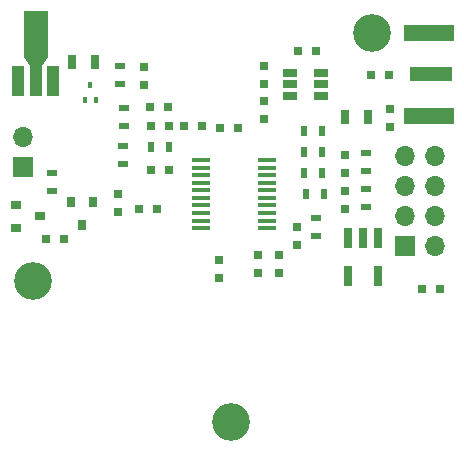
<source format=gbr>
G04 #@! TF.FileFunction,Soldermask,Top*
%FSLAX46Y46*%
G04 Gerber Fmt 4.6, Leading zero omitted, Abs format (unit mm)*
G04 Created by KiCad (PCBNEW 4.0.7) date Friday, November 17, 2017 'AMt' 01:25:50 AM*
%MOMM*%
%LPD*%
G01*
G04 APERTURE LIST*
%ADD10C,0.100000*%
%ADD11R,0.500000X0.900000*%
%ADD12R,1.524000X0.380000*%
%ADD13R,0.700000X1.300000*%
%ADD14R,0.750000X0.800000*%
%ADD15R,1.000760X2.501900*%
%ADD16R,1.998980X4.000500*%
%ADD17R,0.400000X0.510000*%
%ADD18R,0.800000X0.750000*%
%ADD19R,0.900000X0.500000*%
%ADD20R,1.220000X0.650000*%
%ADD21R,0.762000X1.651000*%
%ADD22R,1.700000X1.700000*%
%ADD23O,1.700000X1.700000*%
%ADD24R,4.200000X1.350000*%
%ADD25R,3.600000X1.270000*%
%ADD26R,0.800000X0.900000*%
%ADD27R,0.900000X0.800000*%
%ADD28C,3.200000*%
G04 APERTURE END LIST*
D10*
D11*
X155309000Y-100330000D03*
X153809000Y-100330000D03*
D12*
X145033000Y-101028500D03*
X150623000Y-101028500D03*
X145033000Y-101668500D03*
X150623000Y-101668500D03*
X145033000Y-102308500D03*
X150623000Y-102308500D03*
X145033000Y-102948500D03*
X150623000Y-102948500D03*
X145033000Y-103588500D03*
X150623000Y-103588500D03*
X145033000Y-104228500D03*
X150623000Y-104228500D03*
X145033000Y-104868500D03*
X150623000Y-104868500D03*
X145033000Y-105508500D03*
X150623000Y-105508500D03*
X145033000Y-106148500D03*
X150623000Y-106148500D03*
X145033000Y-106788500D03*
X150623000Y-106788500D03*
D13*
X136078000Y-92710000D03*
X134178000Y-92710000D03*
D14*
X140271500Y-94666500D03*
X140271500Y-93166500D03*
D15*
X129562860Y-94300040D03*
X131064000Y-94300040D03*
X132565140Y-94300040D03*
D16*
X131064000Y-90347800D03*
D10*
G36*
X132064760Y-92322650D02*
X131564380Y-93071950D01*
X130563620Y-93071950D01*
X130063240Y-92322650D01*
X132064760Y-92322650D01*
X132064760Y-92322650D01*
G37*
D17*
X135199500Y-95963500D03*
X136199500Y-95963500D03*
X135699500Y-94663500D03*
D18*
X142367000Y-101854000D03*
X140867000Y-101854000D03*
D14*
X157226000Y-102096000D03*
X157226000Y-100596000D03*
X138049000Y-103898000D03*
X138049000Y-105398000D03*
D18*
X139839000Y-105156000D03*
X141339000Y-105156000D03*
D14*
X157226000Y-105144000D03*
X157226000Y-103644000D03*
X153162000Y-106692000D03*
X153162000Y-108192000D03*
X151638000Y-109105000D03*
X151638000Y-110605000D03*
X146558000Y-109486000D03*
X146558000Y-110986000D03*
X149860000Y-109105000D03*
X149860000Y-110605000D03*
X150368000Y-97524000D03*
X150368000Y-96024000D03*
X150368000Y-94603000D03*
X150368000Y-93103000D03*
D18*
X160960500Y-93789500D03*
X159460500Y-93789500D03*
X153301000Y-91821000D03*
X154801000Y-91821000D03*
X142355000Y-98171000D03*
X140855000Y-98171000D03*
X140728000Y-96520000D03*
X142228000Y-96520000D03*
X148197000Y-98298000D03*
X146697000Y-98298000D03*
X143649000Y-98171000D03*
X145149000Y-98171000D03*
D19*
X138557000Y-96659000D03*
X138557000Y-98159000D03*
D11*
X140867000Y-99949000D03*
X142367000Y-99949000D03*
X153809000Y-98552000D03*
X155309000Y-98552000D03*
X153936000Y-103886000D03*
X155436000Y-103886000D03*
D19*
X154813000Y-105930000D03*
X154813000Y-107430000D03*
X159004000Y-100469000D03*
X159004000Y-101969000D03*
D11*
X155309000Y-102108000D03*
X153809000Y-102108000D03*
D19*
X159004000Y-103517000D03*
X159004000Y-105017000D03*
D13*
X157292000Y-97409000D03*
X159192000Y-97409000D03*
D19*
X138430000Y-99834000D03*
X138430000Y-101334000D03*
D20*
X155234000Y-95565000D03*
X155234000Y-94615000D03*
X155234000Y-93665000D03*
X152614000Y-93665000D03*
X152614000Y-94615000D03*
X152614000Y-95565000D03*
D21*
X160020000Y-110807500D03*
X160020000Y-107632500D03*
X158750000Y-107632500D03*
X157480000Y-110807500D03*
X157480000Y-107632500D03*
D19*
X138176000Y-94603000D03*
X138176000Y-93103000D03*
X132461000Y-103620000D03*
X132461000Y-102120000D03*
D18*
X163778500Y-111950500D03*
X165278500Y-111950500D03*
D14*
X161099500Y-98222500D03*
X161099500Y-96722500D03*
D18*
X133465000Y-107696000D03*
X131965000Y-107696000D03*
D22*
X162306000Y-108331000D03*
D23*
X164846000Y-108331000D03*
X162306000Y-105791000D03*
X164846000Y-105791000D03*
X162306000Y-103251000D03*
X164846000Y-103251000D03*
X162306000Y-100711000D03*
X164846000Y-100711000D03*
D22*
X129984500Y-101600000D03*
D23*
X129984500Y-99060000D03*
D24*
X164338000Y-90282000D03*
X164338000Y-97282000D03*
D25*
X164538000Y-93782000D03*
D24*
X164338000Y-97282000D03*
X164338000Y-90282000D03*
D26*
X135951000Y-104537000D03*
X134051000Y-104537000D03*
X135001000Y-106537000D03*
D27*
X129429000Y-104841000D03*
X129429000Y-106741000D03*
X131429000Y-105791000D03*
D28*
X130835400Y-111252000D03*
X159512000Y-90297000D03*
X147574000Y-123232001D03*
X147574000Y-123232001D03*
M02*

</source>
